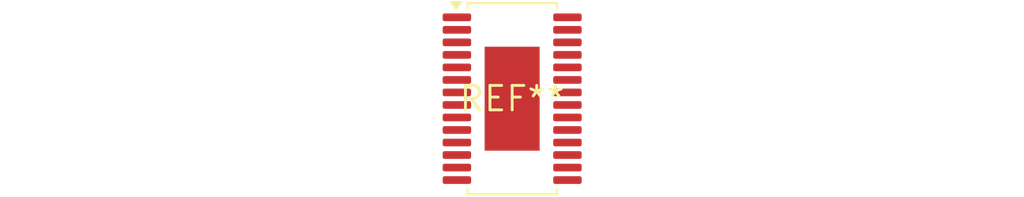
<source format=kicad_pcb>
(kicad_pcb (version 20240108) (generator pcbnew)
  (layers (0 "F.Cu" signal) (31 "B.Cu" signal) (34 "B.Paste" user) (35 "F.Paste" user) (36 "B.SilkS" user "B.Silkscreen") (37 "F.SilkS" user "F.Silkscreen") (38 "B.Mask" user) (39 "F.Mask" user) (44 "Edge.Cuts" user))
  (net 0 "")
  (footprint "HTSSOP-28-1EP_4.4x9.7mm_P0.65mm_EP2.85x5.4mm" (layer "F.Cu") (at 0 0)
    (property "Reference" "REF**")
    (property "Value" "HTSSOP-28-1EP_4.4x9.7mm_P0.65mm_EP2.85x5.4mm")
    (fp_line (start -2.31 -4.96) (end -2.31 -4.685) (layer "F.SilkS") (stroke (width 0.12)))
    (fp_line (start -2.31 4.96) (end -2.31 4.685) (layer "F.SilkS") (stroke (width 0.12)))
    (fp_line (start 0 -4.96) (end -2.31 -4.96) (layer "F.SilkS") (stroke (width 0.12)))
    (fp_line (start 0 -4.96) (end 2.31 -4.96) (layer "F.SilkS") (stroke (width 0.12)))
    (fp_line (start 0 4.96) (end -2.31 4.96) (layer "F.SilkS") (stroke (width 0.12)))
    (fp_line (start 0 4.96) (end 2.31 4.96) (layer "F.SilkS") (stroke (width 0.12)))
    (fp_line (start 2.31 -4.96) (end 2.31 -4.685) (layer "F.SilkS") (stroke (width 0.12)))
    (fp_line (start 2.31 4.96) (end 2.31 4.685) (layer "F.SilkS") (stroke (width 0.12)))
    (fp_poly (pts (xy -2.9 -4.685) (xy -3.14 -5.015) (xy -2.66 -5.015) (xy -2.9 -4.685)) (layer "F.SilkS") (stroke (width 0.12)) (fill solid))
    (pad "1" smd roundrect (at -2.8625 -4.225) (size 1.475 0.4) (layers "F.Cu" "F.Paste" "F.Mask"))
    (pad "2" smd roundrect (at -2.8625 -3.575) (size 1.475 0.4) (layers "F.Cu" "F.Paste" "F.Mask"))
    (pad "3" smd roundrect (at -2.8625 -2.925) (size 1.475 0.4) (layers "F.Cu" "F.Paste" "F.Mask"))
    (pad "4" smd roundrect (at -2.8625 -2.275) (size 1.475 0.4) (layers "F.Cu" "F.Paste" "F.Mask"))
    (pad "5" smd roundrect (at -2.8625 -1.625) (size 1.475 0.4) (layers "F.Cu" "F.Paste" "F.Mask"))
    (pad "6" smd roundrect (at -2.8625 -0.975) (size 1.475 0.4) (layers "F.Cu" "F.Paste" "F.Mask"))
    (pad "7" smd roundrect (at -2.8625 -0.325) (size 1.475 0.4) (layers "F.Cu" "F.Paste" "F.Mask"))
    (pad "8" smd roundrect (at -2.8625 0.325) (size 1.475 0.4) (layers "F.Cu" "F.Paste" "F.Mask"))
    (pad "9" smd roundrect (at -2.8625 0.975) (size 1.475 0.4) (layers "F.Cu" "F.Paste" "F.Mask"))
    (pad "10" smd roundrect (at -2.8625 1.625) (size 1.475 0.4) (layers "F.Cu" "F.Paste" "F.Mask"))
    (pad "11" smd roundrect (at -2.8625 2.275) (size 1.475 0.4) (layers "F.Cu" "F.Paste" "F.Mask"))
    (pad "12" smd roundrect (at -2.8625 2.925) (size 1.475 0.4) (layers "F.Cu" "F.Paste" "F.Mask"))
    (pad "13" smd roundrect (at -2.8625 3.575) (size 1.475 0.4) (layers "F.Cu" "F.Paste" "F.Mask"))
    (pad "14" smd roundrect (at -2.8625 4.225) (size 1.475 0.4) (layers "F.Cu" "F.Paste" "F.Mask"))
    (pad "15" smd roundrect (at 2.8625 4.225) (size 1.475 0.4) (layers "F.Cu" "F.Paste" "F.Mask"))
    (pad "16" smd roundrect (at 2.8625 3.575) (size 1.475 0.4) (layers "F.Cu" "F.Paste" "F.Mask"))
    (pad "17" smd roundrect (at 2.8625 2.925) (size 1.475 0.4) (layers "F.Cu" "F.Paste" "F.Mask"))
    (pad "18" smd roundrect (at 2.8625 2.275) (size 1.475 0.4) (layers "F.Cu" "F.Paste" "F.Mask"))
    (pad "19" smd roundrect (at 2.8625 1.625) (size 1.475 0.4) (layers "F.Cu" "F.Paste" "F.Mask"))
    (pad "20" smd roundrect (at 2.8625 0.975) (size 1.475 0.4) (layers "F.Cu" "F.Paste" "F.Mask"))
    (pad "21" smd roundrect (at 2.8625 0.325) (size 1.475 0.4) (layers "F.Cu" "F.Paste" "F.Mask"))
    (pad "22" smd roundrect (at 2.8625 -0.325) (size 1.475 0.4) (layers "F.Cu" "F.Paste" "F.Mask"))
    (pad "23" smd roundrect (at 2.8625 -0.975) (size 1.475 0.4) (layers "F.Cu" "F.Paste" "F.Mask"))
    (pad "24" smd roundrect (at 2.8625 -1.625) (size 1.475 0.4) (layers "F.Cu" "F.Paste" "F.Mask"))
    (pad "25" smd roundrect (at 2.8625 -2.275) (size 1.475 0.4) (layers "F.Cu" "F.Paste" "F.Mask"))
    (pad "26" smd roundrect (at 2.8625 -2.925) (size 1.475 0.4) (layers "F.Cu" "F.Paste" "F.Mask"))
    (pad "27" smd roundrect (at 2.8625 -3.575) (size 1.475 0.4) (layers "F.Cu" "F.Paste" "F.Mask"))
    (pad "28" smd roundrect (at 2.8625 -4.225) (size 1.475 0.4) (layers "F.Cu" "F.Paste" "F.Mask"))
    (pad "29" smd rect (at 0 0) (size 2.85 5.4) (property pad_prop_heatsink) (layers "F.Cu" "F.Mask"))
  )
)
</source>
